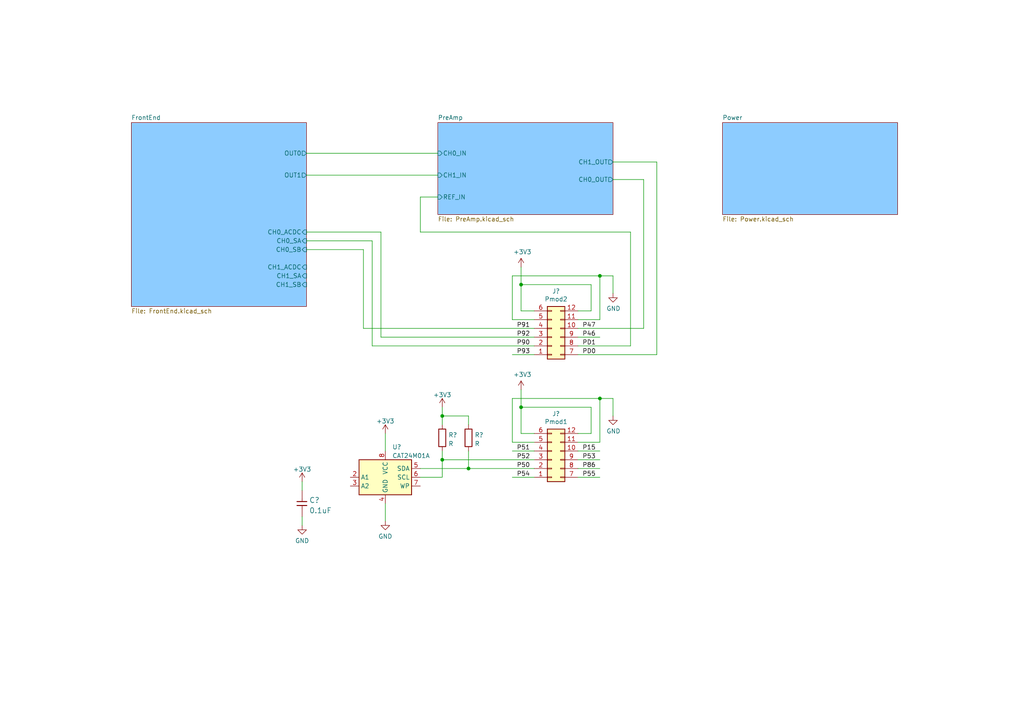
<source format=kicad_sch>
(kicad_sch (version 20211123) (generator eeschema)

  (uuid bc0dbc57-3ae8-4ce5-a05c-2d6003bba475)

  (paper "A4")

  (title_block
    (title "デジタルストレージオシロスコープインターフェースボード")
    (comment 1 "RX72N Envision Kit 用")
  )

  (lib_symbols
    (symbol "Akizuki:C" (pin_numbers hide) (pin_names (offset 1.016) hide) (in_bom yes) (on_board yes)
      (property "Reference" "C" (id 0) (at 2.54 2.54 0)
        (effects (font (size 1.524 1.524)))
      )
      (property "Value" "C" (id 1) (at -2.54 -2.54 0)
        (effects (font (size 1.524 1.524)))
      )
      (property "Footprint" "" (id 2) (at 0 0 90)
        (effects (font (size 1.524 1.524)) hide)
      )
      (property "Datasheet" "" (id 3) (at 0 0 90)
        (effects (font (size 1.524 1.524)) hide)
      )
      (property "ki_fp_filters" "RAD-0.2 1608" (id 4) (at 0 0 0)
        (effects (font (size 1.27 1.27)) hide)
      )
      (symbol "C_0_1"
        (rectangle (start -1.524 -0.508) (end 1.397 -0.635)
          (stroke (width 0) (type default) (color 0 0 0 0))
          (fill (type none))
        )
        (rectangle (start -1.524 0.635) (end 1.397 0.508)
          (stroke (width 0) (type default) (color 0 0 0 0))
          (fill (type none))
        )
        (rectangle (start 0 -0.635) (end 0 -1.27)
          (stroke (width 0) (type default) (color 0 0 0 0))
          (fill (type none))
        )
        (rectangle (start 0 1.27) (end 0 0.635)
          (stroke (width 0) (type default) (color 0 0 0 0))
          (fill (type none))
        )
      )
      (symbol "C_1_1"
        (pin passive line (at 0 -3.81 90) (length 2.54)
          (name "~" (effects (font (size 1.27 1.27))))
          (number "1" (effects (font (size 1.27 1.27))))
        )
        (pin passive line (at 0 3.81 270) (length 2.54)
          (name "~" (effects (font (size 1.27 1.27))))
          (number "2" (effects (font (size 1.27 1.27))))
        )
      )
    )
    (symbol "Akizuki:R" (pin_numbers hide) (pin_names (offset 0)) (in_bom yes) (on_board yes)
      (property "Reference" "R" (id 0) (at 0 2.54 0)
        (effects (font (size 1.27 1.27)))
      )
      (property "Value" "R" (id 1) (at 0 -2.54 0)
        (effects (font (size 1.27 1.27)))
      )
      (property "Footprint" "" (id 2) (at 0 -1.778 0)
        (effects (font (size 1.27 1.27)) hide)
      )
      (property "Datasheet" "" (id 3) (at 0 0 90)
        (effects (font (size 1.27 1.27)) hide)
      )
      (property "ki_keywords" "R DEV" (id 4) (at 0 0 0)
        (effects (font (size 1.27 1.27)) hide)
      )
      (property "ki_description" "Resistor" (id 5) (at 0 0 0)
        (effects (font (size 1.27 1.27)) hide)
      )
      (property "ki_fp_filters" "R_* Resistor_*" (id 6) (at 0 0 0)
        (effects (font (size 1.27 1.27)) hide)
      )
      (symbol "R_0_1"
        (rectangle (start 2.54 -1.016) (end -2.54 1.016)
          (stroke (width 0.254) (type default) (color 0 0 0 0))
          (fill (type none))
        )
      )
      (symbol "R_1_1"
        (pin passive line (at -3.81 0 0) (length 1.27)
          (name "~" (effects (font (size 1.27 1.27))))
          (number "1" (effects (font (size 1.27 1.27))))
        )
        (pin passive line (at 3.81 0 180) (length 1.27)
          (name "~" (effects (font (size 1.27 1.27))))
          (number "2" (effects (font (size 1.27 1.27))))
        )
      )
    )
    (symbol "Connector_Generic:Conn_02x06_Top_Bottom" (pin_names (offset 1.016) hide) (in_bom yes) (on_board yes)
      (property "Reference" "J" (id 0) (at 1.27 7.62 0)
        (effects (font (size 1.27 1.27)))
      )
      (property "Value" "Conn_02x06_Top_Bottom" (id 1) (at 1.27 -10.16 0)
        (effects (font (size 1.27 1.27)))
      )
      (property "Footprint" "" (id 2) (at 0 0 0)
        (effects (font (size 1.27 1.27)) hide)
      )
      (property "Datasheet" "~" (id 3) (at 0 0 0)
        (effects (font (size 1.27 1.27)) hide)
      )
      (property "ki_keywords" "connector" (id 4) (at 0 0 0)
        (effects (font (size 1.27 1.27)) hide)
      )
      (property "ki_description" "Generic connector, double row, 02x06, top/bottom pin numbering scheme (row 1: 1...pins_per_row, row2: pins_per_row+1 ... num_pins), script generated (kicad-library-utils/schlib/autogen/connector/)" (id 5) (at 0 0 0)
        (effects (font (size 1.27 1.27)) hide)
      )
      (property "ki_fp_filters" "Connector*:*_2x??_*" (id 6) (at 0 0 0)
        (effects (font (size 1.27 1.27)) hide)
      )
      (symbol "Conn_02x06_Top_Bottom_1_1"
        (rectangle (start -1.27 -7.493) (end 0 -7.747)
          (stroke (width 0.1524) (type default) (color 0 0 0 0))
          (fill (type none))
        )
        (rectangle (start -1.27 -4.953) (end 0 -5.207)
          (stroke (width 0.1524) (type default) (color 0 0 0 0))
          (fill (type none))
        )
        (rectangle (start -1.27 -2.413) (end 0 -2.667)
          (stroke (width 0.1524) (type default) (color 0 0 0 0))
          (fill (type none))
        )
        (rectangle (start -1.27 0.127) (end 0 -0.127)
          (stroke (width 0.1524) (type default) (color 0 0 0 0))
          (fill (type none))
        )
        (rectangle (start -1.27 2.667) (end 0 2.413)
          (stroke (width 0.1524) (type default) (color 0 0 0 0))
          (fill (type none))
        )
        (rectangle (start -1.27 5.207) (end 0 4.953)
          (stroke (width 0.1524) (type default) (color 0 0 0 0))
          (fill (type none))
        )
        (rectangle (start -1.27 6.35) (end 3.81 -8.89)
          (stroke (width 0.254) (type default) (color 0 0 0 0))
          (fill (type background))
        )
        (rectangle (start 3.81 -7.493) (end 2.54 -7.747)
          (stroke (width 0.1524) (type default) (color 0 0 0 0))
          (fill (type none))
        )
        (rectangle (start 3.81 -4.953) (end 2.54 -5.207)
          (stroke (width 0.1524) (type default) (color 0 0 0 0))
          (fill (type none))
        )
        (rectangle (start 3.81 -2.413) (end 2.54 -2.667)
          (stroke (width 0.1524) (type default) (color 0 0 0 0))
          (fill (type none))
        )
        (rectangle (start 3.81 0.127) (end 2.54 -0.127)
          (stroke (width 0.1524) (type default) (color 0 0 0 0))
          (fill (type none))
        )
        (rectangle (start 3.81 2.667) (end 2.54 2.413)
          (stroke (width 0.1524) (type default) (color 0 0 0 0))
          (fill (type none))
        )
        (rectangle (start 3.81 5.207) (end 2.54 4.953)
          (stroke (width 0.1524) (type default) (color 0 0 0 0))
          (fill (type none))
        )
        (pin passive line (at -5.08 5.08 0) (length 3.81)
          (name "Pin_1" (effects (font (size 1.27 1.27))))
          (number "1" (effects (font (size 1.27 1.27))))
        )
        (pin passive line (at 7.62 -2.54 180) (length 3.81)
          (name "Pin_10" (effects (font (size 1.27 1.27))))
          (number "10" (effects (font (size 1.27 1.27))))
        )
        (pin passive line (at 7.62 -5.08 180) (length 3.81)
          (name "Pin_11" (effects (font (size 1.27 1.27))))
          (number "11" (effects (font (size 1.27 1.27))))
        )
        (pin passive line (at 7.62 -7.62 180) (length 3.81)
          (name "Pin_12" (effects (font (size 1.27 1.27))))
          (number "12" (effects (font (size 1.27 1.27))))
        )
        (pin passive line (at -5.08 2.54 0) (length 3.81)
          (name "Pin_2" (effects (font (size 1.27 1.27))))
          (number "2" (effects (font (size 1.27 1.27))))
        )
        (pin passive line (at -5.08 0 0) (length 3.81)
          (name "Pin_3" (effects (font (size 1.27 1.27))))
          (number "3" (effects (font (size 1.27 1.27))))
        )
        (pin passive line (at -5.08 -2.54 0) (length 3.81)
          (name "Pin_4" (effects (font (size 1.27 1.27))))
          (number "4" (effects (font (size 1.27 1.27))))
        )
        (pin passive line (at -5.08 -5.08 0) (length 3.81)
          (name "Pin_5" (effects (font (size 1.27 1.27))))
          (number "5" (effects (font (size 1.27 1.27))))
        )
        (pin passive line (at -5.08 -7.62 0) (length 3.81)
          (name "Pin_6" (effects (font (size 1.27 1.27))))
          (number "6" (effects (font (size 1.27 1.27))))
        )
        (pin passive line (at 7.62 5.08 180) (length 3.81)
          (name "Pin_7" (effects (font (size 1.27 1.27))))
          (number "7" (effects (font (size 1.27 1.27))))
        )
        (pin passive line (at 7.62 2.54 180) (length 3.81)
          (name "Pin_8" (effects (font (size 1.27 1.27))))
          (number "8" (effects (font (size 1.27 1.27))))
        )
        (pin passive line (at 7.62 0 180) (length 3.81)
          (name "Pin_9" (effects (font (size 1.27 1.27))))
          (number "9" (effects (font (size 1.27 1.27))))
        )
      )
    )
    (symbol "Memory_EEPROM:CAT24M01L" (in_bom yes) (on_board yes)
      (property "Reference" "U" (id 0) (at 2.54 8.89 0)
        (effects (font (size 1.27 1.27)))
      )
      (property "Value" "CAT24M01L" (id 1) (at 6.35 6.35 0)
        (effects (font (size 1.27 1.27)))
      )
      (property "Footprint" "Package_DIP:DIP-8_W7.62mm" (id 2) (at 15.24 -6.35 0)
        (effects (font (size 1.27 1.27)) hide)
      )
      (property "Datasheet" "https://www.onsemi.com/pub/Collateral/CAT24M01-D.PDF" (id 3) (at 0 0 0)
        (effects (font (size 1.27 1.27)) hide)
      )
      (property "ki_keywords" "EEPROM 1Mb I2C" (id 4) (at 0 0 0)
        (effects (font (size 1.27 1.27)) hide)
      )
      (property "ki_description" "1 Mb I2C CMOS Serial EEPROM, DIP-8" (id 5) (at 0 0 0)
        (effects (font (size 1.27 1.27)) hide)
      )
      (property "ki_fp_filters" "DIP*W7.62mm*" (id 6) (at 0 0 0)
        (effects (font (size 1.27 1.27)) hide)
      )
      (symbol "CAT24M01L_1_1"
        (rectangle (start -7.62 5.08) (end 7.62 -5.08)
          (stroke (width 0.254) (type default) (color 0 0 0 0))
          (fill (type background))
        )
        (pin no_connect line (at -7.62 2.54 0) (length 2.54) hide
          (name "NC" (effects (font (size 1.27 1.27))))
          (number "1" (effects (font (size 1.27 1.27))))
        )
        (pin input line (at -10.16 0 0) (length 2.54)
          (name "A1" (effects (font (size 1.27 1.27))))
          (number "2" (effects (font (size 1.27 1.27))))
        )
        (pin input line (at -10.16 -2.54 0) (length 2.54)
          (name "A2" (effects (font (size 1.27 1.27))))
          (number "3" (effects (font (size 1.27 1.27))))
        )
        (pin power_in line (at 0 -7.62 90) (length 2.54)
          (name "GND" (effects (font (size 1.27 1.27))))
          (number "4" (effects (font (size 1.27 1.27))))
        )
        (pin bidirectional line (at 10.16 2.54 180) (length 2.54)
          (name "SDA" (effects (font (size 1.27 1.27))))
          (number "5" (effects (font (size 1.27 1.27))))
        )
        (pin input line (at 10.16 0 180) (length 2.54)
          (name "SCL" (effects (font (size 1.27 1.27))))
          (number "6" (effects (font (size 1.27 1.27))))
        )
        (pin input line (at 10.16 -2.54 180) (length 2.54)
          (name "WP" (effects (font (size 1.27 1.27))))
          (number "7" (effects (font (size 1.27 1.27))))
        )
        (pin power_in line (at 0 7.62 270) (length 2.54)
          (name "VCC" (effects (font (size 1.27 1.27))))
          (number "8" (effects (font (size 1.27 1.27))))
        )
      )
    )
    (symbol "power:+3.3V" (power) (pin_names (offset 0)) (in_bom yes) (on_board yes)
      (property "Reference" "#PWR" (id 0) (at 0 -3.81 0)
        (effects (font (size 1.27 1.27)) hide)
      )
      (property "Value" "+3.3V" (id 1) (at 0 3.556 0)
        (effects (font (size 1.27 1.27)))
      )
      (property "Footprint" "" (id 2) (at 0 0 0)
        (effects (font (size 1.27 1.27)) hide)
      )
      (property "Datasheet" "" (id 3) (at 0 0 0)
        (effects (font (size 1.27 1.27)) hide)
      )
      (property "ki_keywords" "power-flag" (id 4) (at 0 0 0)
        (effects (font (size 1.27 1.27)) hide)
      )
      (property "ki_description" "Power symbol creates a global label with name \"+3.3V\"" (id 5) (at 0 0 0)
        (effects (font (size 1.27 1.27)) hide)
      )
      (symbol "+3.3V_0_1"
        (polyline
          (pts
            (xy -0.762 1.27)
            (xy 0 2.54)
          )
          (stroke (width 0) (type default) (color 0 0 0 0))
          (fill (type none))
        )
        (polyline
          (pts
            (xy 0 0)
            (xy 0 2.54)
          )
          (stroke (width 0) (type default) (color 0 0 0 0))
          (fill (type none))
        )
        (polyline
          (pts
            (xy 0 2.54)
            (xy 0.762 1.27)
          )
          (stroke (width 0) (type default) (color 0 0 0 0))
          (fill (type none))
        )
      )
      (symbol "+3.3V_1_1"
        (pin power_in line (at 0 0 90) (length 0) hide
          (name "+3V3" (effects (font (size 1.27 1.27))))
          (number "1" (effects (font (size 1.27 1.27))))
        )
      )
    )
    (symbol "power:GND" (power) (pin_names (offset 0)) (in_bom yes) (on_board yes)
      (property "Reference" "#PWR" (id 0) (at 0 -6.35 0)
        (effects (font (size 1.27 1.27)) hide)
      )
      (property "Value" "GND" (id 1) (at 0 -3.81 0)
        (effects (font (size 1.27 1.27)))
      )
      (property "Footprint" "" (id 2) (at 0 0 0)
        (effects (font (size 1.27 1.27)) hide)
      )
      (property "Datasheet" "" (id 3) (at 0 0 0)
        (effects (font (size 1.27 1.27)) hide)
      )
      (property "ki_keywords" "power-flag" (id 4) (at 0 0 0)
        (effects (font (size 1.27 1.27)) hide)
      )
      (property "ki_description" "Power symbol creates a global label with name \"GND\" , ground" (id 5) (at 0 0 0)
        (effects (font (size 1.27 1.27)) hide)
      )
      (symbol "GND_0_1"
        (polyline
          (pts
            (xy 0 0)
            (xy 0 -1.27)
            (xy 1.27 -1.27)
            (xy 0 -2.54)
            (xy -1.27 -1.27)
            (xy 0 -1.27)
          )
          (stroke (width 0) (type default) (color 0 0 0 0))
          (fill (type none))
        )
      )
      (symbol "GND_1_1"
        (pin power_in line (at 0 0 270) (length 0) hide
          (name "GND" (effects (font (size 1.27 1.27))))
          (number "1" (effects (font (size 1.27 1.27))))
        )
      )
    )
  )

  (junction (at 173.99 115.57) (diameter 0) (color 0 0 0 0)
    (uuid 4f267124-8cee-449e-89f3-db038c6e0ebe)
  )
  (junction (at 135.89 135.89) (diameter 0) (color 0 0 0 0)
    (uuid 5b9a7e45-8da9-41df-bc75-ab6b9f14942d)
  )
  (junction (at 151.13 82.55) (diameter 0) (color 0 0 0 0)
    (uuid 6bd46644-7209-4d4d-acd8-f4c0d045bc61)
  )
  (junction (at 128.27 120.65) (diameter 0) (color 0 0 0 0)
    (uuid 781762fa-fca7-4a15-9e23-bc8d21160e1a)
  )
  (junction (at 128.27 133.35) (diameter 0) (color 0 0 0 0)
    (uuid 8068430b-20dd-47dc-9f4a-893fd1c0ac1a)
  )
  (junction (at 151.13 118.11) (diameter 0) (color 0 0 0 0)
    (uuid b0ec4243-fff2-4422-b4c5-f8a1cdb2ad4c)
  )
  (junction (at 173.99 80.01) (diameter 0) (color 0 0 0 0)
    (uuid df3dc9a2-ba40-4c3a-87fe-61cc8e23d71b)
  )

  (wire (pts (xy 148.59 115.57) (xy 173.99 115.57))
    (stroke (width 0) (type default) (color 0 0 0 0))
    (uuid 009db378-5594-4f1b-ada7-ce7fdb6f728a)
  )
  (wire (pts (xy 111.76 125.73) (xy 111.76 130.81))
    (stroke (width 0) (type default) (color 0 0 0 0))
    (uuid 0168667b-b430-49ae-9b4d-abf4da44b888)
  )
  (wire (pts (xy 87.63 149.86) (xy 87.63 152.4))
    (stroke (width 0) (type default) (color 0 0 0 0))
    (uuid 03464c51-af0d-4f1f-9c9a-d5bfcfc9c32c)
  )
  (wire (pts (xy 151.13 118.11) (xy 171.45 118.11))
    (stroke (width 0) (type default) (color 0 0 0 0))
    (uuid 039971e5-6782-485c-bcf1-26f9f570b5d4)
  )
  (wire (pts (xy 151.13 82.55) (xy 151.13 77.47))
    (stroke (width 0) (type default) (color 0 0 0 0))
    (uuid 05d3e08e-e1f9-46cf-93d0-836d1306d03a)
  )
  (wire (pts (xy 148.59 92.71) (xy 148.59 80.01))
    (stroke (width 0) (type default) (color 0 0 0 0))
    (uuid 0b4c0f05-c855-4742-bad2-dbf645d5842b)
  )
  (wire (pts (xy 111.76 146.05) (xy 111.76 151.13))
    (stroke (width 0) (type default) (color 0 0 0 0))
    (uuid 0f7ec8a3-45b5-4ac6-8092-4ce123fec2e2)
  )
  (wire (pts (xy 110.49 67.31) (xy 88.9 67.31))
    (stroke (width 0) (type default) (color 0 0 0 0))
    (uuid 10a0bf0f-0c73-4d99-a0f2-3881ef4fe2ac)
  )
  (wire (pts (xy 154.94 90.17) (xy 151.13 90.17))
    (stroke (width 0) (type default) (color 0 0 0 0))
    (uuid 12f8e43c-8f83-48d3-a9b5-5f3ebc0b6c43)
  )
  (wire (pts (xy 154.94 130.81) (xy 148.59 130.81))
    (stroke (width 0) (type default) (color 0 0 0 0))
    (uuid 135b6e4d-a08e-4e1c-83e0-5e234d62824f)
  )
  (wire (pts (xy 186.69 52.07) (xy 177.8 52.07))
    (stroke (width 0) (type default) (color 0 0 0 0))
    (uuid 150c2b51-c098-4339-9be3-8e7b135578b5)
  )
  (wire (pts (xy 121.92 67.31) (xy 121.92 57.15))
    (stroke (width 0) (type default) (color 0 0 0 0))
    (uuid 19a64f57-f897-4548-8e78-3b2276c7a6b4)
  )
  (wire (pts (xy 177.8 115.57) (xy 177.8 120.65))
    (stroke (width 0) (type default) (color 0 0 0 0))
    (uuid 19e41c1d-3c56-4fc4-877f-97909128697a)
  )
  (wire (pts (xy 151.13 118.11) (xy 151.13 113.03))
    (stroke (width 0) (type default) (color 0 0 0 0))
    (uuid 25c4957f-86eb-4eb4-a3c6-a6e7a4a1dfb9)
  )
  (wire (pts (xy 171.45 90.17) (xy 167.64 90.17))
    (stroke (width 0) (type default) (color 0 0 0 0))
    (uuid 282c8e53-3acc-42f0-a92a-6aa976b97a93)
  )
  (wire (pts (xy 151.13 125.73) (xy 151.13 118.11))
    (stroke (width 0) (type default) (color 0 0 0 0))
    (uuid 2e03592d-95a0-42d9-aa69-1fd98962f524)
  )
  (wire (pts (xy 190.5 102.87) (xy 190.5 46.99))
    (stroke (width 0) (type default) (color 0 0 0 0))
    (uuid 34021d18-6e46-4aeb-b787-d4806713fd53)
  )
  (wire (pts (xy 148.59 128.27) (xy 148.59 115.57))
    (stroke (width 0) (type default) (color 0 0 0 0))
    (uuid 35a4efb0-d2dd-44a5-858c-25beeac80f9a)
  )
  (wire (pts (xy 128.27 118.11) (xy 128.27 120.65))
    (stroke (width 0) (type default) (color 0 0 0 0))
    (uuid 399f31d0-53f3-4a43-b2af-93ed179b2f3f)
  )
  (wire (pts (xy 87.63 139.7) (xy 87.63 142.24))
    (stroke (width 0) (type default) (color 0 0 0 0))
    (uuid 419a1df2-8feb-415a-91cd-61e1c8fb72b6)
  )
  (wire (pts (xy 167.64 100.33) (xy 182.88 100.33))
    (stroke (width 0) (type default) (color 0 0 0 0))
    (uuid 51aa852c-40a7-4dcb-a413-3201d7c0fd3c)
  )
  (wire (pts (xy 167.64 97.79) (xy 173.99 97.79))
    (stroke (width 0) (type default) (color 0 0 0 0))
    (uuid 52a8f1be-73ca-41a8-bc24-2320706b0ec1)
  )
  (wire (pts (xy 151.13 82.55) (xy 171.45 82.55))
    (stroke (width 0) (type default) (color 0 0 0 0))
    (uuid 5f38bdb2-3657-474e-8e86-d6bb0b298110)
  )
  (wire (pts (xy 128.27 133.35) (xy 128.27 138.43))
    (stroke (width 0) (type default) (color 0 0 0 0))
    (uuid 5f97dd05-de97-40d1-a1ae-235178676ae8)
  )
  (wire (pts (xy 105.41 95.25) (xy 154.94 95.25))
    (stroke (width 0) (type default) (color 0 0 0 0))
    (uuid 636ef322-a8b0-4213-a799-16fb8e9b8bf6)
  )
  (wire (pts (xy 167.64 135.89) (xy 173.99 135.89))
    (stroke (width 0) (type default) (color 0 0 0 0))
    (uuid 669940e9-70fd-49d7-837f-865cdf07f889)
  )
  (wire (pts (xy 173.99 115.57) (xy 177.8 115.57))
    (stroke (width 0) (type default) (color 0 0 0 0))
    (uuid 693a4671-21a2-431e-baaf-886e321020de)
  )
  (wire (pts (xy 110.49 97.79) (xy 110.49 67.31))
    (stroke (width 0) (type default) (color 0 0 0 0))
    (uuid 75bedb18-ca38-480e-bc1d-c3acb2a59451)
  )
  (wire (pts (xy 128.27 120.65) (xy 128.27 123.19))
    (stroke (width 0) (type default) (color 0 0 0 0))
    (uuid 770b0ba7-5a4d-4024-bf73-61653cf8f8d3)
  )
  (wire (pts (xy 190.5 46.99) (xy 177.8 46.99))
    (stroke (width 0) (type default) (color 0 0 0 0))
    (uuid 7759683f-073f-4181-971d-b9bc79a0308f)
  )
  (wire (pts (xy 182.88 67.31) (xy 121.92 67.31))
    (stroke (width 0) (type default) (color 0 0 0 0))
    (uuid 7a8b8f60-39a4-4381-b68f-87c1aa1d196b)
  )
  (wire (pts (xy 171.45 118.11) (xy 171.45 125.73))
    (stroke (width 0) (type default) (color 0 0 0 0))
    (uuid 7aaeae73-d428-412a-877a-6a93a1a2fff9)
  )
  (wire (pts (xy 182.88 100.33) (xy 182.88 67.31))
    (stroke (width 0) (type default) (color 0 0 0 0))
    (uuid 7bb06cda-23c3-4b43-a106-b082abbf8168)
  )
  (wire (pts (xy 107.95 100.33) (xy 107.95 69.85))
    (stroke (width 0) (type default) (color 0 0 0 0))
    (uuid 7bf1e464-2900-4961-834b-b19c286fc64b)
  )
  (wire (pts (xy 107.95 100.33) (xy 154.94 100.33))
    (stroke (width 0) (type default) (color 0 0 0 0))
    (uuid 7c2008c8-0626-4a09-a873-065e83502a0e)
  )
  (wire (pts (xy 128.27 133.35) (xy 154.94 133.35))
    (stroke (width 0) (type default) (color 0 0 0 0))
    (uuid 7e58dae7-cfe4-4930-baa2-841c9d6149eb)
  )
  (wire (pts (xy 173.99 128.27) (xy 167.64 128.27))
    (stroke (width 0) (type default) (color 0 0 0 0))
    (uuid 809f5b02-d5ba-44a2-a378-b4d6422e18cc)
  )
  (wire (pts (xy 135.89 130.81) (xy 135.89 135.89))
    (stroke (width 0) (type default) (color 0 0 0 0))
    (uuid 81fc3c69-4a1b-43aa-bc17-54441f398f14)
  )
  (wire (pts (xy 154.94 138.43) (xy 148.59 138.43))
    (stroke (width 0) (type default) (color 0 0 0 0))
    (uuid 83a44948-17e2-4db6-87df-1b6b20a73f7e)
  )
  (wire (pts (xy 154.94 92.71) (xy 148.59 92.71))
    (stroke (width 0) (type default) (color 0 0 0 0))
    (uuid 83c5181e-f5ee-453c-ae5c-d7256ba8837d)
  )
  (wire (pts (xy 154.94 125.73) (xy 151.13 125.73))
    (stroke (width 0) (type default) (color 0 0 0 0))
    (uuid 896cd4a3-745d-4047-af11-c0c262331bb5)
  )
  (wire (pts (xy 107.95 69.85) (xy 88.9 69.85))
    (stroke (width 0) (type default) (color 0 0 0 0))
    (uuid 8ecd26ed-7f75-4287-98d0-267b7f8eb310)
  )
  (wire (pts (xy 135.89 123.19) (xy 135.89 120.65))
    (stroke (width 0) (type default) (color 0 0 0 0))
    (uuid 9596302e-519f-4028-883c-e5611ccb6940)
  )
  (wire (pts (xy 186.69 95.25) (xy 186.69 52.07))
    (stroke (width 0) (type default) (color 0 0 0 0))
    (uuid 99d3382e-6950-4d67-bb14-7fbfe027bb67)
  )
  (wire (pts (xy 105.41 95.25) (xy 105.41 72.39))
    (stroke (width 0) (type default) (color 0 0 0 0))
    (uuid 9ba28921-4e7a-475b-95b0-d10633adccee)
  )
  (wire (pts (xy 167.64 133.35) (xy 173.99 133.35))
    (stroke (width 0) (type default) (color 0 0 0 0))
    (uuid a9adbeed-6d6a-4661-a890-45f4ee2352c6)
  )
  (wire (pts (xy 177.8 80.01) (xy 177.8 85.09))
    (stroke (width 0) (type default) (color 0 0 0 0))
    (uuid aa047297-22f8-4de0-a969-0b3451b8e164)
  )
  (wire (pts (xy 88.9 44.45) (xy 127 44.45))
    (stroke (width 0) (type default) (color 0 0 0 0))
    (uuid ae1c8f0c-f766-4a86-9a51-d77e224d3edc)
  )
  (wire (pts (xy 105.41 72.39) (xy 88.9 72.39))
    (stroke (width 0) (type default) (color 0 0 0 0))
    (uuid b2b750e8-8fe4-449c-86f4-29a84d49d0c2)
  )
  (wire (pts (xy 167.64 138.43) (xy 173.99 138.43))
    (stroke (width 0) (type default) (color 0 0 0 0))
    (uuid ba9567f0-55da-4f96-b2f4-a018dcaaf5bb)
  )
  (wire (pts (xy 110.49 97.79) (xy 154.94 97.79))
    (stroke (width 0) (type default) (color 0 0 0 0))
    (uuid bf696833-47d2-4f79-8827-434f2916a6e5)
  )
  (wire (pts (xy 135.89 120.65) (xy 128.27 120.65))
    (stroke (width 0) (type default) (color 0 0 0 0))
    (uuid c0bdb419-1af6-4251-9001-e52ddfe11739)
  )
  (wire (pts (xy 135.89 135.89) (xy 154.94 135.89))
    (stroke (width 0) (type default) (color 0 0 0 0))
    (uuid c4a7cb04-0dd0-4021-ba7f-589f8781afcc)
  )
  (wire (pts (xy 154.94 128.27) (xy 148.59 128.27))
    (stroke (width 0) (type default) (color 0 0 0 0))
    (uuid c6859570-1bdb-4b80-9dbe-e969f489dc81)
  )
  (wire (pts (xy 167.64 130.81) (xy 173.99 130.81))
    (stroke (width 0) (type default) (color 0 0 0 0))
    (uuid c875cd40-151b-467f-8581-1971d3589b85)
  )
  (wire (pts (xy 148.59 80.01) (xy 173.99 80.01))
    (stroke (width 0) (type default) (color 0 0 0 0))
    (uuid ca5b6af8-ca05-4338-b852-b51f2b49b1db)
  )
  (wire (pts (xy 121.92 135.89) (xy 135.89 135.89))
    (stroke (width 0) (type default) (color 0 0 0 0))
    (uuid ceb5eefb-d2dd-465a-bb2c-3caa23142e0a)
  )
  (wire (pts (xy 121.92 57.15) (xy 127 57.15))
    (stroke (width 0) (type default) (color 0 0 0 0))
    (uuid cefb285b-5b71-4550-9c98-3b03ab2c27f6)
  )
  (wire (pts (xy 154.94 102.87) (xy 148.59 102.87))
    (stroke (width 0) (type default) (color 0 0 0 0))
    (uuid d102186a-5b58-41d0-9985-3dbb3593f397)
  )
  (wire (pts (xy 88.9 50.8) (xy 127 50.8))
    (stroke (width 0) (type default) (color 0 0 0 0))
    (uuid d20515b8-78fd-4531-96b6-099410a9faf0)
  )
  (wire (pts (xy 171.45 82.55) (xy 171.45 90.17))
    (stroke (width 0) (type default) (color 0 0 0 0))
    (uuid d72c89a6-7578-4468-964e-2a845431195f)
  )
  (wire (pts (xy 167.64 95.25) (xy 186.69 95.25))
    (stroke (width 0) (type default) (color 0 0 0 0))
    (uuid e300709f-6c72-488d-a598-efcbd6d3af54)
  )
  (wire (pts (xy 167.64 102.87) (xy 190.5 102.87))
    (stroke (width 0) (type default) (color 0 0 0 0))
    (uuid e36988d2-ecb2-461b-a443-7006f447e828)
  )
  (wire (pts (xy 171.45 125.73) (xy 167.64 125.73))
    (stroke (width 0) (type default) (color 0 0 0 0))
    (uuid e5762059-32a8-4d3d-bea0-c5af6cccf955)
  )
  (wire (pts (xy 173.99 80.01) (xy 177.8 80.01))
    (stroke (width 0) (type default) (color 0 0 0 0))
    (uuid e79c8e11-ed47-4701-ae80-a54cdb6682a5)
  )
  (wire (pts (xy 173.99 80.01) (xy 173.99 92.71))
    (stroke (width 0) (type default) (color 0 0 0 0))
    (uuid ea2ea877-1ce1-4cd6-ad19-1da87f51601d)
  )
  (wire (pts (xy 151.13 90.17) (xy 151.13 82.55))
    (stroke (width 0) (type default) (color 0 0 0 0))
    (uuid eaa0d51a-ee4e-4d3a-a801-bddb7027e94c)
  )
  (wire (pts (xy 128.27 130.81) (xy 128.27 133.35))
    (stroke (width 0) (type default) (color 0 0 0 0))
    (uuid ec359d52-e14e-49d3-af0b-3181f3d85d92)
  )
  (wire (pts (xy 128.27 138.43) (xy 121.92 138.43))
    (stroke (width 0) (type default) (color 0 0 0 0))
    (uuid f21c7677-0831-458d-bb06-51820d36024a)
  )
  (wire (pts (xy 173.99 92.71) (xy 167.64 92.71))
    (stroke (width 0) (type default) (color 0 0 0 0))
    (uuid f699494a-77d6-4c73-bd50-29c1c1c5b879)
  )
  (wire (pts (xy 173.99 115.57) (xy 173.99 128.27))
    (stroke (width 0) (type default) (color 0 0 0 0))
    (uuid f96315f5-b480-4c05-a649-04cdda55a5e8)
  )

  (label "P90" (at 149.86 100.33 0)
    (effects (font (size 1.27 1.27)) (justify left bottom))
    (uuid 01f82238-6335-48fe-8b0a-6853e227345a)
  )
  (label "P92" (at 149.86 97.79 0)
    (effects (font (size 1.27 1.27)) (justify left bottom))
    (uuid 0e249018-17e7-42b3-ae5d-5ebf3ae299ae)
  )
  (label "P15" (at 168.91 130.81 0)
    (effects (font (size 1.27 1.27)) (justify left bottom))
    (uuid 123d55b6-ef30-49de-b44e-146e1f22f64b)
  )
  (label "P53" (at 168.91 133.35 0)
    (effects (font (size 1.27 1.27)) (justify left bottom))
    (uuid 3e8ebd28-7e7e-451a-aeec-7d037d6121f5)
  )
  (label "P86" (at 168.91 135.89 0)
    (effects (font (size 1.27 1.27)) (justify left bottom))
    (uuid 492f56aa-cc7d-47eb-a1f3-9d11e7d2acb1)
  )
  (label "P52" (at 149.86 133.35 0)
    (effects (font (size 1.27 1.27)) (justify left bottom))
    (uuid 62d889df-44d7-4713-8c0b-897b4038f787)
  )
  (label "P91" (at 149.86 95.25 0)
    (effects (font (size 1.27 1.27)) (justify left bottom))
    (uuid 63489ebf-0f52-43a6-a0ab-158b1a7d4988)
  )
  (label "P55" (at 168.91 138.43 0)
    (effects (font (size 1.27 1.27)) (justify left bottom))
    (uuid 7a7687f4-4d02-497f-8201-aa4df1719b96)
  )
  (label "P93" (at 149.86 102.87 0)
    (effects (font (size 1.27 1.27)) (justify left bottom))
    (uuid 7c00778a-4692-4f9b-87d5-2d355077ce1e)
  )
  (label "P46" (at 168.91 97.79 0)
    (effects (font (size 1.27 1.27)) (justify left bottom))
    (uuid 7db990e4-92e1-4f99-b4d2-435bbec1ba83)
  )
  (label "P47" (at 168.91 95.25 0)
    (effects (font (size 1.27 1.27)) (justify left bottom))
    (uuid 8efee08b-b92e-4ba6-8722-c058e18114fe)
  )
  (label "P50" (at 149.86 135.89 0)
    (effects (font (size 1.27 1.27)) (justify left bottom))
    (uuid 9f2e2be0-7243-4f5e-aca3-2d59ccd3515d)
  )
  (label "P54" (at 149.86 138.43 0)
    (effects (font (size 1.27 1.27)) (justify left bottom))
    (uuid a180ac99-7c2b-4b56-851e-a8fd1e04db6c)
  )
  (label "PD1" (at 168.91 100.33 0)
    (effects (font (size 1.27 1.27)) (justify left bottom))
    (uuid cd5e758d-cb66-484a-ae8b-21f53ceee49e)
  )
  (label "PD0" (at 168.91 102.87 0)
    (effects (font (size 1.27 1.27)) (justify left bottom))
    (uuid e6d68f56-4a40-4849-b8d1-13d5ca292900)
  )
  (label "P51" (at 149.86 130.81 0)
    (effects (font (size 1.27 1.27)) (justify left bottom))
    (uuid ef87c53b-e8a0-4082-8cf8-5e51a39515f0)
  )

  (symbol (lib_id "Connector_Generic:Conn_02x06_Top_Bottom") (at 160.02 97.79 0) (mirror x) (unit 1)
    (in_bom yes) (on_board yes)
    (uuid 00000000-0000-0000-0000-00005f0723e0)
    (property "Reference" "J?" (id 0) (at 161.29 84.455 0))
    (property "Value" "Pmod2" (id 1) (at 161.29 86.7664 0))
    (property "Footprint" "" (id 2) (at 160.02 97.79 0)
      (effects (font (size 1.27 1.27)) hide)
    )
    (property "Datasheet" "~" (id 3) (at 160.02 97.79 0)
      (effects (font (size 1.27 1.27)) hide)
    )
    (pin "1" (uuid 18fe0247-a1dd-4d34-8bfb-cfd059527b74))
    (pin "10" (uuid 4356c024-325b-4703-9726-6918a038d4aa))
    (pin "11" (uuid ba8b88eb-80e4-4fa1-9e77-db96a7193967))
    (pin "12" (uuid 4a01f246-c8a0-48b7-8ade-7e5ea63d57ab))
    (pin "2" (uuid feb200c3-edd7-46de-aac9-a4eea2bcd5af))
    (pin "3" (uuid 7ba45c5b-8a20-4bb9-957b-a1d3049ea302))
    (pin "4" (uuid 2ca01c33-e841-4b2a-9b0d-ae7494e57d9e))
    (pin "5" (uuid 101c9541-312a-443a-8575-709412b36c04))
    (pin "6" (uuid a4f29c51-f059-4b37-a64b-e683dabbc22a))
    (pin "7" (uuid dff07a8d-7720-4d4c-883a-6b41a79d5450))
    (pin "8" (uuid a1c862af-5376-4455-b667-34037095e650))
    (pin "9" (uuid 8cb5c8f7-8f62-4fa7-83b5-34c4143840c5))
  )

  (symbol (lib_id "power:+3.3V") (at 151.13 77.47 0) (unit 1)
    (in_bom yes) (on_board yes)
    (uuid 00000000-0000-0000-0000-00005f12494f)
    (property "Reference" "#PWR?" (id 0) (at 151.13 81.28 0)
      (effects (font (size 1.27 1.27)) hide)
    )
    (property "Value" "+3.3V" (id 1) (at 151.511 73.0758 0))
    (property "Footprint" "" (id 2) (at 151.13 77.47 0)
      (effects (font (size 1.27 1.27)) hide)
    )
    (property "Datasheet" "" (id 3) (at 151.13 77.47 0)
      (effects (font (size 1.27 1.27)) hide)
    )
    (pin "1" (uuid 13805148-4cae-4eba-8f0b-3699a6bd6775))
  )

  (symbol (lib_id "power:GND") (at 177.8 85.09 0) (unit 1)
    (in_bom yes) (on_board yes)
    (uuid 00000000-0000-0000-0000-00005f12c80a)
    (property "Reference" "#PWR?" (id 0) (at 177.8 91.44 0)
      (effects (font (size 1.27 1.27)) hide)
    )
    (property "Value" "GND" (id 1) (at 177.927 89.4842 0))
    (property "Footprint" "" (id 2) (at 177.8 85.09 0)
      (effects (font (size 1.27 1.27)) hide)
    )
    (property "Datasheet" "" (id 3) (at 177.8 85.09 0)
      (effects (font (size 1.27 1.27)) hide)
    )
    (pin "1" (uuid d82962e7-1463-4afb-8af3-fd241b9e6878))
  )

  (symbol (lib_id "power:+3.3V") (at 151.13 113.03 0) (unit 1)
    (in_bom yes) (on_board yes)
    (uuid 0a475b28-688d-48e1-a7fd-cede8b8db916)
    (property "Reference" "#PWR?" (id 0) (at 151.13 116.84 0)
      (effects (font (size 1.27 1.27)) hide)
    )
    (property "Value" "+3.3V" (id 1) (at 151.511 108.6358 0))
    (property "Footprint" "" (id 2) (at 151.13 113.03 0)
      (effects (font (size 1.27 1.27)) hide)
    )
    (property "Datasheet" "" (id 3) (at 151.13 113.03 0)
      (effects (font (size 1.27 1.27)) hide)
    )
    (pin "1" (uuid 1e8940ee-8f67-4480-8d47-d09b9cb1be67))
  )

  (symbol (lib_id "power:GND") (at 111.76 151.13 0) (unit 1)
    (in_bom yes) (on_board yes) (fields_autoplaced)
    (uuid 27dd5321-1cd1-4773-92cd-8de2edc95b6a)
    (property "Reference" "#PWR?" (id 0) (at 111.76 157.48 0)
      (effects (font (size 1.27 1.27)) hide)
    )
    (property "Value" "GND" (id 1) (at 111.76 155.5734 0))
    (property "Footprint" "" (id 2) (at 111.76 151.13 0)
      (effects (font (size 1.27 1.27)) hide)
    )
    (property "Datasheet" "" (id 3) (at 111.76 151.13 0)
      (effects (font (size 1.27 1.27)) hide)
    )
    (pin "1" (uuid 7b479ca9-4841-4845-a54d-5354b2d9b357))
  )

  (symbol (lib_id "power:GND") (at 177.8 120.65 0) (unit 1)
    (in_bom yes) (on_board yes)
    (uuid 296f210b-6e90-4a21-9ff5-71ddf3d0c9a3)
    (property "Reference" "#PWR?" (id 0) (at 177.8 127 0)
      (effects (font (size 1.27 1.27)) hide)
    )
    (property "Value" "GND" (id 1) (at 177.927 125.0442 0))
    (property "Footprint" "" (id 2) (at 177.8 120.65 0)
      (effects (font (size 1.27 1.27)) hide)
    )
    (property "Datasheet" "" (id 3) (at 177.8 120.65 0)
      (effects (font (size 1.27 1.27)) hide)
    )
    (pin "1" (uuid 9af8e196-44ea-476a-8fcc-91ac2263c2f2))
  )

  (symbol (lib_id "Akizuki:R") (at 128.27 127 90) (unit 1)
    (in_bom yes) (on_board yes) (fields_autoplaced)
    (uuid 425c3cee-00a5-44ca-9fbe-c1a5d4bbe232)
    (property "Reference" "R?" (id 0) (at 130.048 126.1653 90)
      (effects (font (size 1.27 1.27)) (justify right))
    )
    (property "Value" "R" (id 1) (at 130.048 128.7022 90)
      (effects (font (size 1.27 1.27)) (justify right))
    )
    (property "Footprint" "" (id 2) (at 130.048 127 0)
      (effects (font (size 1.27 1.27)) hide)
    )
    (property "Datasheet" "" (id 3) (at 128.27 127 90)
      (effects (font (size 1.27 1.27)) hide)
    )
    (pin "1" (uuid 949fd34d-40b0-44dc-b382-8342186bc020))
    (pin "2" (uuid bce6a938-7464-4c81-8661-ef5c260f2f64))
  )

  (symbol (lib_id "Memory_EEPROM:CAT24M01L") (at 111.76 138.43 0) (unit 1)
    (in_bom yes) (on_board yes) (fields_autoplaced)
    (uuid 4648e78c-a62a-4c42-8373-ad3041ff74c5)
    (property "Reference" "U?" (id 0) (at 113.7794 129.6502 0)
      (effects (font (size 1.27 1.27)) (justify left))
    )
    (property "Value" "CAT24M01A" (id 1) (at 113.7794 132.1871 0)
      (effects (font (size 1.27 1.27)) (justify left))
    )
    (property "Footprint" "Package_DIP:DIP-8_W7.62mm" (id 2) (at 127 144.78 0)
      (effects (font (size 1.27 1.27)) hide)
    )
    (property "Datasheet" "https://www.onsemi.com/pub/Collateral/CAT24M01-D.PDF" (id 3) (at 111.76 138.43 0)
      (effects (font (size 1.27 1.27)) hide)
    )
    (pin "1" (uuid 0ff671f3-cba5-4a5f-b544-034c9f0857ae))
    (pin "2" (uuid 40e7b951-048f-4e48-a8af-5618f0f2ea6b))
    (pin "3" (uuid bc08a053-68a7-42a8-bb7c-39765761b3ea))
    (pin "4" (uuid dd3e8fb6-aee3-4f21-9619-7d36611cf15b))
    (pin "5" (uuid 66a58b29-cac8-4880-85ac-c292805f4950))
    (pin "6" (uuid e932d683-8a80-4016-a850-30037e6c1340))
    (pin "7" (uuid a76e8d69-530f-4a5d-9a77-36f98476c6fc))
    (pin "8" (uuid 7b40e149-d297-451d-8d46-fb720db288dd))
  )

  (symbol (lib_id "Connector_Generic:Conn_02x06_Top_Bottom") (at 160.02 133.35 0) (mirror x) (unit 1)
    (in_bom yes) (on_board yes)
    (uuid 55a7d5fa-dd5e-4f56-b184-a50e5ce59bad)
    (property "Reference" "J?" (id 0) (at 161.29 120.015 0))
    (property "Value" "Pmod1" (id 1) (at 161.29 122.3264 0))
    (property "Footprint" "" (id 2) (at 160.02 133.35 0)
      (effects (font (size 1.27 1.27)) hide)
    )
    (property "Datasheet" "~" (id 3) (at 160.02 133.35 0)
      (effects (font (size 1.27 1.27)) hide)
    )
    (pin "1" (uuid c0aae7a3-e56e-4f35-957e-49469fc56a62))
    (pin "10" (uuid e4d11587-5753-4daa-bf9c-7dcc4c8eabf0))
    (pin "11" (uuid 29f1ff93-9bf2-4de2-b846-e2b842c60d1d))
    (pin "12" (uuid f9cc2034-c1ef-44f8-bfae-ce4edf914759))
    (pin "2" (uuid b3abddeb-a46d-41df-9df3-15c1edae70c2))
    (pin "3" (uuid 74247cd2-18b0-4df5-ab0e-e8ed1189698d))
    (pin "4" (uuid b272ca60-7ac8-46cc-a13d-3f6b67e611c3))
    (pin "5" (uuid 0c03e4b5-21cb-46d0-aee6-601c07571475))
    (pin "6" (uuid 554bc6e4-8f46-40e3-aff2-d43d70e3e2aa))
    (pin "7" (uuid 86ddfe80-5490-4c56-8749-da73eddfc8c4))
    (pin "8" (uuid 8ad73d39-8b70-426e-a71a-823b96033575))
    (pin "9" (uuid 0c05898e-e569-4d68-af88-4897a2bd2822))
  )

  (symbol (lib_id "power:+3.3V") (at 111.76 125.73 0) (unit 1)
    (in_bom yes) (on_board yes) (fields_autoplaced)
    (uuid 5c4a0728-1725-4ff8-9b7a-77f23aaa784b)
    (property "Reference" "#PWR?" (id 0) (at 111.76 129.54 0)
      (effects (font (size 1.27 1.27)) hide)
    )
    (property "Value" "+3.3V" (id 1) (at 111.76 122.1542 0))
    (property "Footprint" "" (id 2) (at 111.76 125.73 0)
      (effects (font (size 1.27 1.27)) hide)
    )
    (property "Datasheet" "" (id 3) (at 111.76 125.73 0)
      (effects (font (size 1.27 1.27)) hide)
    )
    (pin "1" (uuid b95683a8-81d2-4480-bba0-af0d442afd65))
  )

  (symbol (lib_id "power:GND") (at 87.63 152.4 0) (unit 1)
    (in_bom yes) (on_board yes) (fields_autoplaced)
    (uuid 6929f7bd-c847-4132-bc4f-3d9e143d52ee)
    (property "Reference" "#PWR?" (id 0) (at 87.63 158.75 0)
      (effects (font (size 1.27 1.27)) hide)
    )
    (property "Value" "GND" (id 1) (at 87.63 156.8434 0))
    (property "Footprint" "" (id 2) (at 87.63 152.4 0)
      (effects (font (size 1.27 1.27)) hide)
    )
    (property "Datasheet" "" (id 3) (at 87.63 152.4 0)
      (effects (font (size 1.27 1.27)) hide)
    )
    (pin "1" (uuid c206eda0-c3a2-4eee-879a-c1ce9aadd74d))
  )

  (symbol (lib_id "power:+3.3V") (at 87.63 139.7 0) (unit 1)
    (in_bom yes) (on_board yes) (fields_autoplaced)
    (uuid 788d13c8-8318-42ad-963d-959115d1b64d)
    (property "Reference" "#PWR?" (id 0) (at 87.63 143.51 0)
      (effects (font (size 1.27 1.27)) hide)
    )
    (property "Value" "+3.3V" (id 1) (at 87.63 136.1242 0))
    (property "Footprint" "" (id 2) (at 87.63 139.7 0)
      (effects (font (size 1.27 1.27)) hide)
    )
    (property "Datasheet" "" (id 3) (at 87.63 139.7 0)
      (effects (font (size 1.27 1.27)) hide)
    )
    (pin "1" (uuid 0f627ca9-d09d-4586-a898-75e9e6c07b1b))
  )

  (symbol (lib_id "Akizuki:C") (at 87.63 146.05 0) (unit 1)
    (in_bom yes) (on_board yes) (fields_autoplaced)
    (uuid a8ccc1f0-ee7f-4323-922f-ca81f31dc209)
    (property "Reference" "C?" (id 0) (at 89.662 145.0738 0)
      (effects (font (size 1.524 1.524)) (justify left))
    )
    (property "Value" "0.1uF" (id 1) (at 89.662 148.0672 0)
      (effects (font (size 1.524 1.524)) (justify left))
    )
    (property "Footprint" "" (id 2) (at 87.63 146.05 90)
      (effects (font (size 1.524 1.524)) hide)
    )
    (property "Datasheet" "" (id 3) (at 87.63 146.05 90)
      (effects (font (size 1.524 1.524)) hide)
    )
    (pin "1" (uuid 1a9ba0f3-4ba7-48a7-98ef-02a3077b2aa4))
    (pin "2" (uuid 0d06dc1d-e824-4a7e-a6ff-d186a266566f))
  )

  (symbol (lib_id "Akizuki:R") (at 135.89 127 90) (unit 1)
    (in_bom yes) (on_board yes) (fields_autoplaced)
    (uuid bca2f29d-4cc3-4865-8b45-39fe872f735e)
    (property "Reference" "R?" (id 0) (at 137.668 126.1653 90)
      (effects (font (size 1.27 1.27)) (justify right))
    )
    (property "Value" "R" (id 1) (at 137.668 128.7022 90)
      (effects (font (size 1.27 1.27)) (justify right))
    )
    (property "Footprint" "" (id 2) (at 137.668 127 0)
      (effects (font (size 1.27 1.27)) hide)
    )
    (property "Datasheet" "" (id 3) (at 135.89 127 90)
      (effects (font (size 1.27 1.27)) hide)
    )
    (pin "1" (uuid 66900cce-9586-4b95-a26d-0e3351dc427a))
    (pin "2" (uuid 25af5885-576f-4715-a76c-cbb3053fb88d))
  )

  (symbol (lib_id "power:+3.3V") (at 128.27 118.11 0) (unit 1)
    (in_bom yes) (on_board yes) (fields_autoplaced)
    (uuid ceccb392-2642-4d88-961f-7cd7e90564ab)
    (property "Reference" "#PWR?" (id 0) (at 128.27 121.92 0)
      (effects (font (size 1.27 1.27)) hide)
    )
    (property "Value" "+3.3V" (id 1) (at 128.27 114.5342 0))
    (property "Footprint" "" (id 2) (at 128.27 118.11 0)
      (effects (font (size 1.27 1.27)) hide)
    )
    (property "Datasheet" "" (id 3) (at 128.27 118.11 0)
      (effects (font (size 1.27 1.27)) hide)
    )
    (pin "1" (uuid abc742c9-a428-4ad9-9602-8d3d11f89f35))
  )

  (sheet (at 38.1 35.56) (size 50.8 53.34) (fields_autoplaced)
    (stroke (width 0.1524) (type solid) (color 0 0 0 0))
    (fill (color 141 204 255 1.0000))
    (uuid 455d32ac-d8d6-4b8f-bd00-32f64cb36060)
    (property "Sheet name" "FrontEnd" (id 0) (at 38.1 34.8484 0)
      (effects (font (size 1.27 1.27)) (justify left bottom))
    )
    (property "Sheet file" "FrontEnd.kicad_sch" (id 1) (at 38.1 89.4846 0)
      (effects (font (size 1.27 1.27)) (justify left top))
    )
    (pin "OUT0" output (at 88.9 44.45 0)
      (effects (font (size 1.27 1.27)) (justify right))
      (uuid be028600-8b6d-49da-ab67-dfb7e89670aa)
    )
    (pin "OUT1" output (at 88.9 50.8 0)
      (effects (font (size 1.27 1.27)) (justify right))
      (uuid 124ae384-f177-4888-82c5-8eda71cd14a6)
    )
    (pin "CH0_SB" input (at 88.9 72.39 0)
      (effects (font (size 1.27 1.27)) (justify right))
      (uuid cdbabdff-d445-4ad0-8e7c-a52b2d06f74a)
    )
    (pin "CH0_SA" input (at 88.9 69.85 0)
      (effects (font (size 1.27 1.27)) (justify right))
      (uuid 3900a3b0-431b-4976-9497-7ceb8bad1232)
    )
    (pin "CH1_SA" input (at 88.9 80.01 0)
      (effects (font (size 1.27 1.27)) (justify right))
      (uuid 185ef82c-7fbe-4be5-92b5-baa95912a201)
    )
    (pin "CH1_SB" input (at 88.9 82.55 0)
      (effects (font (size 1.27 1.27)) (justify right))
      (uuid 602b6f56-87f2-4d4a-9e86-502eb460e717)
    )
    (pin "CH1_ACDC" input (at 88.9 77.47 0)
      (effects (font (size 1.27 1.27)) (justify right))
      (uuid 3af88502-d80e-4611-bdc4-07b6d76b60f8)
    )
    (pin "CH0_ACDC" input (at 88.9 67.31 0)
      (effects (font (size 1.27 1.27)) (justify right))
      (uuid e875a185-e457-43e5-951d-c3231aba2013)
    )
  )

  (sheet (at 209.55 35.56) (size 50.8 26.67) (fields_autoplaced)
    (stroke (width 0.1524) (type solid) (color 0 0 0 0))
    (fill (color 141 204 255 1.0000))
    (uuid 5b7c7737-5a81-42a7-a5e0-75be32584c7f)
    (property "Sheet name" "Power" (id 0) (at 209.55 34.8484 0)
      (effects (font (size 1.27 1.27)) (justify left bottom))
    )
    (property "Sheet file" "Power.kicad_sch" (id 1) (at 209.55 62.8146 0)
      (effects (font (size 1.27 1.27)) (justify left top))
    )
  )

  (sheet (at 127 35.56) (size 50.8 26.67) (fields_autoplaced)
    (stroke (width 0.1524) (type solid) (color 0 0 0 0))
    (fill (color 141 204 255 1.0000))
    (uuid b2325eae-af62-4e68-9662-6f6e3d96e8a5)
    (property "Sheet name" "PreAmp" (id 0) (at 127 34.8484 0)
      (effects (font (size 1.27 1.27)) (justify left bottom))
    )
    (property "Sheet file" "PreAmp.kicad_sch" (id 1) (at 127 62.8146 0)
      (effects (font (size 1.27 1.27)) (justify left top))
    )
    (pin "CH1_OUT" output (at 177.8 46.99 0)
      (effects (font (size 1.27 1.27)) (justify right))
      (uuid 2a0f5a08-b81b-40c4-b8eb-1bd813c9bbab)
    )
    (pin "CH0_OUT" output (at 177.8 52.07 0)
      (effects (font (size 1.27 1.27)) (justify right))
      (uuid e7c1dcbd-6155-4657-aae4-208c404cdd21)
    )
    (pin "CH0_IN" input (at 127 44.45 180)
      (effects (font (size 1.27 1.27)) (justify left))
      (uuid 82344752-79b4-4292-85b5-e779b3d0a348)
    )
    (pin "CH1_IN" input (at 127 50.8 180)
      (effects (font (size 1.27 1.27)) (justify left))
      (uuid 6fc6d73a-2e55-46b1-b482-30435740ef53)
    )
    (pin "REF_IN" input (at 127 57.15 180)
      (effects (font (size 1.27 1.27)) (justify left))
      (uuid d8bd1f46-f49c-48ea-8f23-af08fa4429c1)
    )
  )

  (sheet_instances
    (path "/" (page "1"))
    (path "/b2325eae-af62-4e68-9662-6f6e3d96e8a5" (page "2"))
    (path "/5b7c7737-5a81-42a7-a5e0-75be32584c7f" (page "3"))
    (path "/455d32ac-d8d6-4b8f-bd00-32f64cb36060" (page "4"))
  )

  (symbol_instances
    (path "/00000000-0000-0000-0000-00005f12494f"
      (reference "#PWR?") (unit 1) (value "+3.3V") (footprint "")
    )
    (path "/00000000-0000-0000-0000-00005f12c80a"
      (reference "#PWR?") (unit 1) (value "GND") (footprint "")
    )
    (path "/5b7c7737-5a81-42a7-a5e0-75be32584c7f/02c12965-b6ff-4514-bc92-2eb825850e89"
      (reference "#PWR?") (unit 1) (value "GND") (footprint "")
    )
    (path "/5b7c7737-5a81-42a7-a5e0-75be32584c7f/0372b56f-7f00-40dd-9070-9e3e20261f52"
      (reference "#PWR?") (unit 1) (value "GND") (footprint "")
    )
    (path "/b2325eae-af62-4e68-9662-6f6e3d96e8a5/04de5cca-5feb-4760-b55b-dc872b0e4492"
      (reference "#PWR?") (unit 1) (value "GND") (footprint "")
    )
    (path "/b2325eae-af62-4e68-9662-6f6e3d96e8a5/06841ab1-12ae-4e46-b2a0-2b84b6001ed4"
      (reference "#PWR?") (unit 1) (value "+5VA") (footprint "")
    )
    (path "/455d32ac-d8d6-4b8f-bd00-32f64cb36060/06cc9d81-38d1-4c70-945c-4b9c02d236df"
      (reference "#PWR?") (unit 1) (value "GND") (footprint "")
    )
    (path "/0a475b28-688d-48e1-a7fd-cede8b8db916"
      (reference "#PWR?") (unit 1) (value "+3.3V") (footprint "")
    )
    (path "/b2325eae-af62-4e68-9662-6f6e3d96e8a5/0f4efe3f-b8c2-4a16-8181-7f2ae82124d7"
      (reference "#PWR?") (unit 1) (value "GNDA") (footprint "")
    )
    (path "/b2325eae-af62-4e68-9662-6f6e3d96e8a5/10cdef8a-a1ad-41e2-960f-70edd505f154"
      (reference "#PWR?") (unit 1) (value "GNDA") (footprint "")
    )
    (path "/455d32ac-d8d6-4b8f-bd00-32f64cb36060/10e66a6e-587f-441f-8b71-d7e0ed0b202f"
      (reference "#PWR?") (unit 1) (value "GNDA") (footprint "")
    )
    (path "/5b7c7737-5a81-42a7-a5e0-75be32584c7f/130714d8-a3ea-4628-ba6d-50705157526c"
      (reference "#PWR?") (unit 1) (value "GNDA") (footprint "")
    )
    (path "/455d32ac-d8d6-4b8f-bd00-32f64cb36060/17f1f5f8-2687-4875-8e80-f94852333c00"
      (reference "#PWR?") (unit 1) (value "+3.3V") (footprint "")
    )
    (path "/5b7c7737-5a81-42a7-a5e0-75be32584c7f/1a36d137-f378-4ec5-80ea-1c1a993e7091"
      (reference "#PWR?") (unit 1) (value "GND") (footprint "")
    )
    (path "/5b7c7737-5a81-42a7-a5e0-75be32584c7f/21e6971e-361b-46c4-8a0c-3502ea9703ad"
      (reference "#PWR?") (unit 1) (value "+5V") (footprint "")
    )
    (path "/b2325eae-af62-4e68-9662-6f6e3d96e8a5/2706458f-c61a-4065-971a-a4d8c171a0e8"
      (reference "#PWR?") (unit 1) (value "+3.3V") (footprint "")
    )
    (path "/27dd5321-1cd1-4773-92cd-8de2edc95b6a"
      (reference "#PWR?") (unit 1) (value "GND") (footprint "")
    )
    (path "/296f210b-6e90-4a21-9ff5-71ddf3d0c9a3"
      (reference "#PWR?") (unit 1) (value "GND") (footprint "")
    )
    (path "/455d32ac-d8d6-4b8f-bd00-32f64cb36060/3215858b-381b-40b2-accc-56d5d0e5c57f"
      (reference "#PWR?") (unit 1) (value "-5VA") (footprint "")
    )
    (path "/5b7c7737-5a81-42a7-a5e0-75be32584c7f/34a6ae09-2342-48d7-842a-e60950d7fd79"
      (reference "#PWR?") (unit 1) (value "GND") (footprint "")
    )
    (path "/5b7c7737-5a81-42a7-a5e0-75be32584c7f/3527b261-6734-4c1d-a52a-b9a509a4feec"
      (reference "#PWR?") (unit 1) (value "GNDA") (footprint "")
    )
    (path "/b2325eae-af62-4e68-9662-6f6e3d96e8a5/3f44dbe5-ca2c-4246-869b-7aafd1a5e7ab"
      (reference "#PWR?") (unit 1) (value "+3.3V") (footprint "")
    )
    (path "/b2325eae-af62-4e68-9662-6f6e3d96e8a5/42c25e7b-4933-4b4b-bc99-e9b5b226acd9"
      (reference "#PWR?") (unit 1) (value "GNDA") (footprint "")
    )
    (path "/455d32ac-d8d6-4b8f-bd00-32f64cb36060/441a94c5-dedf-48c1-a85d-6154f846c51d"
      (reference "#PWR?") (unit 1) (value "+5VA") (footprint "")
    )
    (path "/b2325eae-af62-4e68-9662-6f6e3d96e8a5/4b724a62-1a7e-40cc-8615-bb6b082975af"
      (reference "#PWR?") (unit 1) (value "GNDA") (footprint "")
    )
    (path "/455d32ac-d8d6-4b8f-bd00-32f64cb36060/4f2c7fa3-03e3-4ff7-aa56-7dafbcf76717"
      (reference "#PWR?") (unit 1) (value "GND") (footprint "")
    )
    (path "/b2325eae-af62-4e68-9662-6f6e3d96e8a5/4fe41ad6-1978-4501-9680-4391fdb58005"
      (reference "#PWR?") (unit 1) (value "GNDA") (footprint "")
    )
    (path "/5b7c7737-5a81-42a7-a5e0-75be32584c7f/5b7150cc-b3ec-4fcc-8eb3-32883f795669"
      (reference "#PWR?") (unit 1) (value "GND") (footprint "")
    )
    (path "/5c4a0728-1725-4ff8-9b7a-77f23aaa784b"
      (reference "#PWR?") (unit 1) (value "+3.3V") (footprint "")
    )
    (path "/5b7c7737-5a81-42a7-a5e0-75be32584c7f/5c698550-1b1e-4f20-935e-55544da2b09a"
      (reference "#PWR?") (unit 1) (value "-5VA") (footprint "")
    )
    (path "/455d32ac-d8d6-4b8f-bd00-32f64cb36060/5db0a087-bbe7-4d5b-8fe6-a9e9cf784faa"
      (reference "#PWR?") (unit 1) (value "GNDA") (footprint "")
    )
    (path "/5b7c7737-5a81-42a7-a5e0-75be32584c7f/65308f78-a99c-4736-915d-7c8aa4d2e78e"
      (reference "#PWR?") (unit 1) (value "GND") (footprint "")
    )
    (path "/6929f7bd-c847-4132-bc4f-3d9e143d52ee"
      (reference "#PWR?") (unit 1) (value "GND") (footprint "")
    )
    (path "/455d32ac-d8d6-4b8f-bd00-32f64cb36060/6e00557b-abba-41b8-9434-f8b29b36deab"
      (reference "#PWR?") (unit 1) (value "-5VA") (footprint "")
    )
    (path "/b2325eae-af62-4e68-9662-6f6e3d96e8a5/6e22425f-043a-4276-b5da-989aa5267648"
      (reference "#PWR?") (unit 1) (value "GND") (footprint "")
    )
    (path "/455d32ac-d8d6-4b8f-bd00-32f64cb36060/73511ef0-92e0-49b6-986a-b0b6ca4cd03f"
      (reference "#PWR?") (unit 1) (value "GNDA") (footprint "")
    )
    (path "/b2325eae-af62-4e68-9662-6f6e3d96e8a5/73b4ca9d-3ef0-4bcc-869e-f4ccffe74cba"
      (reference "#PWR?") (unit 1) (value "+3.3V") (footprint "")
    )
    (path "/455d32ac-d8d6-4b8f-bd00-32f64cb36060/7617e6b7-d615-44b0-95c4-0e6339e17d33"
      (reference "#PWR?") (unit 1) (value "-5VA") (footprint "")
    )
    (path "/788d13c8-8318-42ad-963d-959115d1b64d"
      (reference "#PWR?") (unit 1) (value "+3.3V") (footprint "")
    )
    (path "/b2325eae-af62-4e68-9662-6f6e3d96e8a5/7a7bc1c0-daf2-4628-9a90-84ea0eab7c8c"
      (reference "#PWR?") (unit 1) (value "-5VA") (footprint "")
    )
    (path "/455d32ac-d8d6-4b8f-bd00-32f64cb36060/7ee6c152-7fd8-4b88-bd25-da8a4a3d6b89"
      (reference "#PWR?") (unit 1) (value "+5VA") (footprint "")
    )
    (path "/455d32ac-d8d6-4b8f-bd00-32f64cb36060/93f27063-198b-4273-a54e-84095fa961de"
      (reference "#PWR?") (unit 1) (value "+5VA") (footprint "")
    )
    (path "/b2325eae-af62-4e68-9662-6f6e3d96e8a5/a2b2a767-aea2-4a50-960b-17ea5bf4c9b1"
      (reference "#PWR?") (unit 1) (value "GND") (footprint "")
    )
    (path "/455d32ac-d8d6-4b8f-bd00-32f64cb36060/adc0a68f-58f9-465d-91eb-4c83d5003436"
      (reference "#PWR?") (unit 1) (value "GND") (footprint "")
    )
    (path "/455d32ac-d8d6-4b8f-bd00-32f64cb36060/ae20d466-ac82-43b4-abc2-122d1c5f9b1c"
      (reference "#PWR?") (unit 1) (value "GNDA") (footprint "")
    )
    (path "/b2325eae-af62-4e68-9662-6f6e3d96e8a5/bec0516f-9815-4d8e-ba32-5bcb5afe996f"
      (reference "#PWR?") (unit 1) (value "GND") (footprint "")
    )
    (path "/455d32ac-d8d6-4b8f-bd00-32f64cb36060/c1848ce2-d791-4eb0-b1dd-d883aa3d150a"
      (reference "#PWR?") (unit 1) (value "GND") (footprint "")
    )
    (path "/455d32ac-d8d6-4b8f-bd00-32f64cb36060/c8e17c61-3b89-4afb-93f1-31d512d8addf"
      (reference "#PWR?") (unit 1) (value "GNDA") (footprint "")
    )
    (path "/ceccb392-2642-4d88-961f-7cd7e90564ab"
      (reference "#PWR?") (unit 1) (value "+3.3V") (footprint "")
    )
    (path "/b2325eae-af62-4e68-9662-6f6e3d96e8a5/d0fc9193-edba-4699-a08c-7487f2418019"
      (reference "#PWR?") (unit 1) (value "GNDA") (footprint "")
    )
    (path "/b2325eae-af62-4e68-9662-6f6e3d96e8a5/d43a9341-ab44-4f6c-ad3e-ceda999b1ea8"
      (reference "#PWR?") (unit 1) (value "GNDA") (footprint "")
    )
    (path "/b2325eae-af62-4e68-9662-6f6e3d96e8a5/d6f2ace0-fd16-4324-8257-ae913e42bead"
      (reference "#PWR?") (unit 1) (value "GNDA") (footprint "")
    )
    (path "/455d32ac-d8d6-4b8f-bd00-32f64cb36060/d88d1047-1a40-4fd3-8d2e-852f8b6e108f"
      (reference "#PWR?") (unit 1) (value "+5VA") (footprint "")
    )
    (path "/455d32ac-d8d6-4b8f-bd00-32f64cb36060/d893143f-f5be-4499-bd9d-20aa86d52a42"
      (reference "#PWR?") (unit 1) (value "GNDA") (footprint "")
    )
    (path "/5b7c7737-5a81-42a7-a5e0-75be32584c7f/dbbd2e1c-5878-4a22-859b-d5ab8b8491d3"
      (reference "#PWR?") (unit 1) (value "+5VA") (footprint "")
    )
    (path "/455d32ac-d8d6-4b8f-bd00-32f64cb36060/dc6ecbf1-36b4-4709-93dc-f1cadcc1be66"
      (reference "#PWR?") (unit 1) (value "+3.3V") (footprint "")
    )
    (path "/b2325eae-af62-4e68-9662-6f6e3d96e8a5/e26bb041-9d7e-410f-befa-99219e4f90fb"
      (reference "#PWR?") (unit 1) (value "+3.3V") (footprint "")
    )
    (path "/5b7c7737-5a81-42a7-a5e0-75be32584c7f/e5d23de3-74f9-44c2-90fd-f536d0ad8904"
      (reference "#PWR?") (unit 1) (value "GND") (footprint "")
    )
    (path "/5b7c7737-5a81-42a7-a5e0-75be32584c7f/ebcfe7d9-72d5-4a75-9843-fd1172b5f13b"
      (reference "#PWR?") (unit 1) (value "GND") (footprint "")
    )
    (path "/455d32ac-d8d6-4b8f-bd00-32f64cb36060/f6eacfd5-887c-430b-a158-dab715421616"
      (reference "#PWR?") (unit 1) (value "-5VA") (footprint "")
    )
    (path "/5b7c7737-5a81-42a7-a5e0-75be32584c7f/00669461-97b3-4aa8-9a1b-d3cd018855de"
      (reference "C?") (unit 1) (value "22uF") (footprint "")
    )
    (path "/b2325eae-af62-4e68-9662-6f6e3d96e8a5/0a084ffd-839c-46c1-9290-0942f91f6558"
      (reference "C?") (unit 1) (value "100pF") (footprint "")
    )
    (path "/b2325eae-af62-4e68-9662-6f6e3d96e8a5/0fae2921-9224-466a-800b-7523fe0e1cb6"
      (reference "C?") (unit 1) (value "0.1uF") (footprint "")
    )
    (path "/b2325eae-af62-4e68-9662-6f6e3d96e8a5/117a9bf0-546e-4cbb-a6e9-1f6bf005b589"
      (reference "C?") (unit 1) (value "0.47uF") (footprint "")
    )
    (path "/455d32ac-d8d6-4b8f-bd00-32f64cb36060/196178df-d039-4927-93e1-610ca0c5653c"
      (reference "C?") (unit 1) (value "5-20pF") (footprint "")
    )
    (path "/5b7c7737-5a81-42a7-a5e0-75be32584c7f/1a55b9c5-fd5a-4699-b3c3-2c73d200e368"
      (reference "C?") (unit 1) (value "10uF") (footprint "")
    )
    (path "/b2325eae-af62-4e68-9662-6f6e3d96e8a5/1d846ab3-0bdd-4eb4-85ed-486dff51ec4f"
      (reference "C?") (unit 1) (value "100pF") (footprint "")
    )
    (path "/5b7c7737-5a81-42a7-a5e0-75be32584c7f/2da2d505-39cb-40c3-b853-108d1ede60ec"
      (reference "C?") (unit 1) (value "100uF") (footprint "")
    )
    (path "/455d32ac-d8d6-4b8f-bd00-32f64cb36060/35f78975-6d3a-4138-bf56-d2efa21383e8"
      (reference "C?") (unit 1) (value "0.1uF") (footprint "")
    )
    (path "/b2325eae-af62-4e68-9662-6f6e3d96e8a5/36cc128a-991f-4292-8f3c-5c433a49b717"
      (reference "C?") (unit 1) (value "0.1uF") (footprint "")
    )
    (path "/b2325eae-af62-4e68-9662-6f6e3d96e8a5/4192bad9-989a-43da-ae37-39a747884156"
      (reference "C?") (unit 1) (value "0.1uF") (footprint "")
    )
    (path "/b2325eae-af62-4e68-9662-6f6e3d96e8a5/4b89b70d-d3ea-4211-8d94-32a577477427"
      (reference "C?") (unit 1) (value "100uF") (footprint "")
    )
    (path "/5b7c7737-5a81-42a7-a5e0-75be32584c7f/5cf6ad79-c1a0-4617-93d6-7ffe4debe0eb"
      (reference "C?") (unit 1) (value "10uF") (footprint "")
    )
    (path "/b2325eae-af62-4e68-9662-6f6e3d96e8a5/5e768b37-8141-40f5-a5cb-552edd9046dc"
      (reference "C?") (unit 1) (value "0.1uF") (footprint "")
    )
    (path "/455d32ac-d8d6-4b8f-bd00-32f64cb36060/60fc8fe2-54cb-4203-84c5-27c7da0f826e"
      (reference "C?") (unit 1) (value "10pF") (footprint "")
    )
    (path "/455d32ac-d8d6-4b8f-bd00-32f64cb36060/698d9803-7721-4144-8ae0-b9f9052c373d"
      (reference "C?") (unit 1) (value "0.1uF") (footprint "")
    )
    (path "/b2325eae-af62-4e68-9662-6f6e3d96e8a5/6eac9338-1327-4b40-b0f7-0659a8f589f5"
      (reference "C?") (unit 1) (value "0.1uF") (footprint "")
    )
    (path "/455d32ac-d8d6-4b8f-bd00-32f64cb36060/72cb6c35-c2c5-43b1-8c56-94a8b358aef7"
      (reference "C?") (unit 1) (value "0.1uF") (footprint "")
    )
    (path "/5b7c7737-5a81-42a7-a5e0-75be32584c7f/7667c7c4-a1fc-470f-a781-14c9376c9c34"
      (reference "C?") (unit 1) (value "2.2uF") (footprint "")
    )
    (path "/b2325eae-af62-4e68-9662-6f6e3d96e8a5/88332eda-9a1b-477d-86e6-1ab4393bfe72"
      (reference "C?") (unit 1) (value "0.1uF") (footprint "")
    )
    (path "/b2325eae-af62-4e68-9662-6f6e3d96e8a5/91f4375e-13a6-4343-9f53-7b08366312cb"
      (reference "C?") (unit 1) (value "100pF") (footprint "")
    )
    (path "/5b7c7737-5a81-42a7-a5e0-75be32584c7f/97151d98-440c-4e86-b547-40d7d84bfeba"
      (reference "C?") (unit 1) (value "10uF") (footprint "")
    )
    (path "/455d32ac-d8d6-4b8f-bd00-32f64cb36060/971cdac8-5fb0-41a2-8461-0c66bcb6b54d"
      (reference "C?") (unit 1) (value "22pF") (footprint "")
    )
    (path "/b2325eae-af62-4e68-9662-6f6e3d96e8a5/9d05a6cf-a6f3-4790-ad14-ba1a64d0a8b7"
      (reference "C?") (unit 1) (value "150pF") (footprint "")
    )
    (path "/b2325eae-af62-4e68-9662-6f6e3d96e8a5/a0cc6f45-7915-433a-8496-32a36c4b8ccf"
      (reference "C?") (unit 1) (value "1uF") (footprint "")
    )
    (path "/455d32ac-d8d6-4b8f-bd00-32f64cb36060/a3ff890e-13c2-446b-8a72-c24f0c72f78b"
      (reference "C?") (unit 1) (value "0.1uF") (footprint "")
    )
    (path "/455d32ac-d8d6-4b8f-bd00-32f64cb36060/a5ed1924-f177-4c0f-b75a-675d70b339cb"
      (reference "C?") (unit 1) (value "0.1uF") (footprint "")
    )
    (path "/a8ccc1f0-ee7f-4323-922f-ca81f31dc209"
      (reference "C?") (unit 1) (value "0.1uF") (footprint "")
    )
    (path "/455d32ac-d8d6-4b8f-bd00-32f64cb36060/ab2bd2ec-667d-4f01-a583-da56d7b84f7b"
      (reference "C?") (unit 1) (value "0.1uF") (footprint "")
    )
    (path "/5b7c7737-5a81-42a7-a5e0-75be32584c7f/ac767aa9-da8d-422e-93ed-1bd0a244c621"
      (reference "C?") (unit 1) (value "22uF") (footprint "")
    )
    (path "/455d32ac-d8d6-4b8f-bd00-32f64cb36060/b2021fc4-ffc1-48fd-bd08-b48abe50c9f8"
      (reference "C?") (unit 1) (value "10pF") (footprint "")
    )
    (path "/455d32ac-d8d6-4b8f-bd00-32f64cb36060/b6e67d34-7040-4699-9f98-a2ff2d160aa4"
      (reference "C?") (unit 1) (value "100pF") (footprint "")
    )
    (path "/455d32ac-d8d6-4b8f-bd00-32f64cb36060/be48136d-3df4-49a7-acac-e33da2f04d9b"
      (reference "C?") (unit 1) (value "22pF") (footprint "")
    )
    (path "/455d32ac-d8d6-4b8f-bd00-32f64cb36060/c29168ad-129f-434d-991a-d8a74abcb125"
      (reference "C?") (unit 1) (value "5-20pF") (footprint "")
    )
    (path "/b2325eae-af62-4e68-9662-6f6e3d96e8a5/d33cf9be-62f2-4ec6-986b-e62e465e2a87"
      (reference "C?") (unit 1) (value "1uF") (footprint "")
    )
    (path "/5b7c7737-5a81-42a7-a5e0-75be32584c7f/e1bc0844-4301-4cfb-88a3-7f0702852b1f"
      (reference "C?") (unit 1) (value "1uF") (footprint "")
    )
    (path "/5b7c7737-5a81-42a7-a5e0-75be32584c7f/e42367d1-aca6-43fa-a442-fbcf5ff8155a"
      (reference "C?") (unit 1) (value "1uF") (footprint "")
    )
    (path "/b2325eae-af62-4e68-9662-6f6e3d96e8a5/e4f9accc-3db9-4828-9345-8457197866aa"
      (reference "C?") (unit 1) (value "1uF") (footprint "")
    )
    (path "/455d32ac-d8d6-4b8f-bd00-32f64cb36060/e7ea5004-c254-483c-8ee6-63f1d93f42ad"
      (reference "C?") (unit 1) (value "100pF") (footprint "")
    )
    (path "/b2325eae-af62-4e68-9662-6f6e3d96e8a5/f0cfbdb4-f653-4427-9085-e92a2ee22454"
      (reference "C?") (unit 1) (value "0.47uF") (footprint "")
    )
    (path "/b2325eae-af62-4e68-9662-6f6e3d96e8a5/f16cbf22-d1c6-4ae8-8de4-e6465de80c53"
      (reference "C?") (unit 1) (value "0.1uF") (footprint "")
    )
    (path "/b2325eae-af62-4e68-9662-6f6e3d96e8a5/f2d2b5aa-fe58-46e8-8ef1-679aef2b83da"
      (reference "C?") (unit 1) (value "150pF") (footprint "")
    )
    (path "/b2325eae-af62-4e68-9662-6f6e3d96e8a5/fdc41eae-4b30-43fe-aa73-4ef1b20eb03d"
      (reference "C?") (unit 1) (value "100pF") (footprint "")
    )
    (path "/b2325eae-af62-4e68-9662-6f6e3d96e8a5/ffcbb95a-e991-4006-85d8-9929dc439e2e"
      (reference "C?") (unit 1) (value "0.1uF") (footprint "")
    )
    (path "/b2325eae-af62-4e68-9662-6f6e3d96e8a5/34495191-e472-44e2-8f85-4f168eca61a5"
      (reference "D?") (unit 1) (value "RB521G-30") (footprint "")
    )
    (path "/b2325eae-af62-4e68-9662-6f6e3d96e8a5/3d5cf56e-bd9f-4579-b0ce-3221501e1e55"
      (reference "D?") (unit 1) (value "RB521G-30") (footprint "")
    )
    (path "/b2325eae-af62-4e68-9662-6f6e3d96e8a5/a8cbc6b7-8f51-4071-b6f7-171eb2878c76"
      (reference "D?") (unit 1) (value "RB521G-30") (footprint "")
    )
    (path "/b2325eae-af62-4e68-9662-6f6e3d96e8a5/a9e7826c-a615-4640-b733-5959ad92b004"
      (reference "D?") (unit 1) (value "RB521G-30") (footprint "")
    )
    (path "/b2325eae-af62-4e68-9662-6f6e3d96e8a5/e34e1401-6c6c-4bc5-b5af-9bf1ba03ed18"
      (reference "D?") (unit 1) (value "RB521G-30") (footprint "")
    )
    (path "/b2325eae-af62-4e68-9662-6f6e3d96e8a5/fddabe4e-28f6-441f-9863-dcfdc3f5bb83"
      (reference "D?") (unit 1) (value "RB521G-30") (footprint "")
    )
    (path "/5b7c7737-5a81-42a7-a5e0-75be32584c7f/7a6e7318-c2c6-49fc-b807-dad4d309f7e6"
      (reference "FB?") (unit 1) (value "BLM18RK102SN1D") (footprint "")
    )
    (path "/5b7c7737-5a81-42a7-a5e0-75be32584c7f/7ede7cc1-1a74-47a4-a936-714becae38e4"
      (reference "FB?") (unit 1) (value "FB") (footprint "")
    )
    (path "/5b7c7737-5a81-42a7-a5e0-75be32584c7f/96fa3dc2-882f-492b-94a5-e5f2e4359f26"
      (reference "FB?") (unit 1) (value "BLM18RK102SN1D") (footprint "")
    )
    (path "/455d32ac-d8d6-4b8f-bd00-32f64cb36060/3703b548-52a9-4098-8d39-97975e6a85ca"
      (reference "GD?") (unit 1) (value "GDT-SG75") (footprint "")
    )
    (path "/455d32ac-d8d6-4b8f-bd00-32f64cb36060/6e5d2ae0-c4e6-4c4c-b780-9f9ad7515ef6"
      (reference "GD?") (unit 1) (value "GDT-SG75") (footprint "")
    )
    (path "/00000000-0000-0000-0000-00005f0723e0"
      (reference "J?") (unit 1) (value "Pmod2") (footprint "")
    )
    (path "/5b7c7737-5a81-42a7-a5e0-75be32584c7f/319336b1-7e61-4cbd-b35b-4bef215ba16a"
      (reference "J?") (unit 1) (value "USB_B_Micro") (footprint "")
    )
    (path "/455d32ac-d8d6-4b8f-bd00-32f64cb36060/429da9ed-3106-4902-b4dc-5636fbe31504"
      (reference "J?") (unit 1) (value "CH0") (footprint "")
    )
    (path "/5b7c7737-5a81-42a7-a5e0-75be32584c7f/485f2694-6380-47fd-bcff-b1a6fb8a26c2"
      (reference "J?") (unit 1) (value "5V_OUT") (footprint "")
    )
    (path "/55a7d5fa-dd5e-4f56-b184-a50e5ce59bad"
      (reference "J?") (unit 1) (value "Pmod1") (footprint "")
    )
    (path "/455d32ac-d8d6-4b8f-bd00-32f64cb36060/aa073078-c2d1-470d-b6c1-88e1756cd0f4"
      (reference "J?") (unit 1) (value "CH1") (footprint "")
    )
    (path "/5b7c7737-5a81-42a7-a5e0-75be32584c7f/ca75bd7f-bc34-4e0d-9e15-cb84e28179d3"
      (reference "JP?") (unit 1) (value "InternalPower") (footprint "")
    )
    (path "/5b7c7737-5a81-42a7-a5e0-75be32584c7f/300bbff6-8865-4f0f-8c3c-6b56eb5ddba7"
      (reference "L?") (unit 1) (value "1.5uH") (footprint "")
    )
    (path "/5b7c7737-5a81-42a7-a5e0-75be32584c7f/966f86e1-b0dd-4936-8d71-bcf5b8a4e320"
      (reference "PM?") (unit 1) (value "MAU106") (footprint "")
    )
    (path "/455d32ac-d8d6-4b8f-bd00-32f64cb36060/85fabedf-a691-4822-be4c-4415cd1d4dcf"
      (reference "Q?") (unit 1) (value "BSS138") (footprint "Package_TO_SOT_SMD:SOT-23")
    )
    (path "/455d32ac-d8d6-4b8f-bd00-32f64cb36060/95c77074-d72f-4537-875b-7e32374d8247"
      (reference "Q?") (unit 1) (value "BSS138") (footprint "Package_TO_SOT_SMD:SOT-23")
    )
    (path "/455d32ac-d8d6-4b8f-bd00-32f64cb36060/0b6dfab0-dd27-46eb-a9e5-8242d595db25"
      (reference "R?") (unit 1) (value "420") (footprint "")
    )
    (path "/b2325eae-af62-4e68-9662-6f6e3d96e8a5/1cfa41d5-db33-4e8c-9ea3-b84ce921ca08"
      (reference "R?") (unit 1) (value "5K") (footprint "")
    )
    (path "/b2325eae-af62-4e68-9662-6f6e3d96e8a5/2091a1bc-c9fa-48d5-bf88-2459e3a2be7d"
      (reference "R?") (unit 1) (value "10K") (footprint "")
    )
    (path "/455d32ac-d8d6-4b8f-bd00-32f64cb36060/2247b4c7-3f73-4ec4-90d8-f0d8c0a46e4c"
      (reference "R?") (unit 1) (value "200K") (footprint "")
    )
    (path "/455d32ac-d8d6-4b8f-bd00-32f64cb36060/2315864c-ac6b-4ca0-994f-467f6d484c3b"
      (reference "R?") (unit 1) (value "47K") (footprint "")
    )
    (path "/b2325eae-af62-4e68-9662-6f6e3d96e8a5/310fd1a7-38c7-42ab-86ff-14f4005c8ced"
      (reference "R?") (unit 1) (value "5K") (footprint "")
    )
    (path "/455d32ac-d8d6-4b8f-bd00-32f64cb36060/311c55a3-2760-40ad-8031-7c26fa9052a7"
      (reference "R?") (unit 1) (value "200K") (footprint "")
    )
    (path "/b2325eae-af62-4e68-9662-6f6e3d96e8a5/36f0199d-cbbe-4b76-85b4-536c9d6db26c"
      (reference "R?") (unit 1) (value "1K") (footprint "")
    )
    (path "/425c3cee-00a5-44ca-9fbe-c1a5d4bbe232"
      (reference "R?") (unit 1) (value "R") (footprint "")
    )
    (path "/455d32ac-d8d6-4b8f-bd00-32f64cb36060/47ae6e88-5e5c-41e8-ac81-97d957c2e7b5"
      (reference "R?") (unit 1) (value "47K") (footprint "")
    )
    (path "/b2325eae-af62-4e68-9662-6f6e3d96e8a5/59ddded8-82d8-404b-a158-3fe77cf4551d"
      (reference "R?") (unit 1) (value "100") (footprint "")
    )
    (path "/b2325eae-af62-4e68-9662-6f6e3d96e8a5/696458ed-9eb1-4f5f-a952-979085de2f97"
      (reference "R?") (unit 1) (value "5K") (footprint "")
    )
    (path "/b2325eae-af62-4e68-9662-6f6e3d96e8a5/6eaea755-9b7d-4dde-a2b7-732ecc73818f"
      (reference "R?") (unit 1) (value "5K") (footprint "")
    )
    (path "/b2325eae-af62-4e68-9662-6f6e3d96e8a5/727fe13a-31cb-4cd6-9f2a-3ac7da09e08c"
      (reference "R?") (unit 1) (value "5K") (footprint "")
    )
    (path "/b2325eae-af62-4e68-9662-6f6e3d96e8a5/7f7e4a74-f0ab-4f4d-893c-b761a7504741"
      (reference "R?") (unit 1) (value "5K") (footprint "")
    )
    (path "/b2325eae-af62-4e68-9662-6f6e3d96e8a5/87167cdd-cfab-4814-a3b0-d049553a15cb"
      (reference "R?") (unit 1) (value "10K") (footprint "")
    )
    (path "/455d32ac-d8d6-4b8f-bd00-32f64cb36060/87a758df-6989-47fc-9eaa-412759d2afb5"
      (reference "R?") (unit 1) (value "420") (footprint "")
    )
    (path "/b2325eae-af62-4e68-9662-6f6e3d96e8a5/8d01c4b4-562a-4614-89c1-5389ec45aadb"
      (reference "R?") (unit 1) (value "5K") (footprint "")
    )
    (path "/b2325eae-af62-4e68-9662-6f6e3d96e8a5/91e7e6ed-6011-4433-ae7c-0361915708f8"
      (reference "R?") (unit 1) (value "5K") (footprint "")
    )
    (path "/b2325eae-af62-4e68-9662-6f6e3d96e8a5/92eaba14-1ba6-49d7-8a55-64129d195b8b"
      (reference "R?") (unit 1) (value "100") (footprint "")
    )
    (path "/455d32ac-d8d6-4b8f-bd00-32f64cb36060/9b8a176a-79a3-459e-8dd3-801628986fde"
      (reference "R?") (unit 1) (value "750K") (footprint "")
    )
    (path "/b2325eae-af62-4e68-9662-6f6e3d96e8a5/9d6c1a3b-5e71-4758-9393-a5ffb411cf24"
      (reference "R?") (unit 1) (value "5K") (footprint "")
    )
    (path "/b2325eae-af62-4e68-9662-6f6e3d96e8a5/bb1c5883-f8b6-4213-8980-05994e6644fd"
      (reference "R?") (unit 1) (value "5K") (footprint "")
    )
    (path "/bca2f29d-4cc3-4865-8b45-39fe872f735e"
      (reference "R?") (unit 1) (value "R") (footprint "")
    )
    (path "/b2325eae-af62-4e68-9662-6f6e3d96e8a5/c1baae77-ce4c-4c81-85aa-5391fcfa43f8"
      (reference "R?") (unit 1) (value "5K") (footprint "")
    )
    (path "/b2325eae-af62-4e68-9662-6f6e3d96e8a5/cee5066d-df03-4b1d-bd31-fd389fb37bbe"
      (reference "R?") (unit 1) (value "2K") (footprint "")
    )
    (path "/b2325eae-af62-4e68-9662-6f6e3d96e8a5/d7a4ed94-9fd3-457c-8e59-d187492c288c"
      (reference "R?") (unit 1) (value "100") (footprint "")
    )
    (path "/b2325eae-af62-4e68-9662-6f6e3d96e8a5/ea554af5-a1c4-4ae7-b34b-7b1d7073302a"
      (reference "R?") (unit 1) (value "5K") (footprint "")
    )
    (path "/b2325eae-af62-4e68-9662-6f6e3d96e8a5/f102e821-7127-4fff-ac26-eb6d03ccdf05"
      (reference "R?") (unit 1) (value "5K") (footprint "")
    )
    (path "/455d32ac-d8d6-4b8f-bd00-32f64cb36060/f32ec8e9-cd2c-447f-ba10-435b5e2c75b0"
      (reference "R?") (unit 1) (value "750K") (footprint "")
    )
    (path "/b2325eae-af62-4e68-9662-6f6e3d96e8a5/ff1fded6-b5e2-41da-b904-074b47f8b7fb"
      (reference "R?") (unit 1) (value "5K") (footprint "")
    )
    (path "/b2325eae-af62-4e68-9662-6f6e3d96e8a5/a3f8e21f-3971-417a-9d40-a689bfcc2e15"
      (reference "RV?") (unit 1) (value "500") (footprint "")
    )
    (path "/455d32ac-d8d6-4b8f-bd00-32f64cb36060/20f40377-497a-471d-8ef5-782aca326c50"
      (reference "U?") (unit 1) (value "74HC4051") (footprint "")
    )
    (path "/b2325eae-af62-4e68-9662-6f6e3d96e8a5/3338a2c5-067c-47fe-9cba-1b5a40c37bf5"
      (reference "U?") (unit 1) (value "AD8066") (footprint "")
    )
    (path "/455d32ac-d8d6-4b8f-bd00-32f64cb36060/3c9a82cc-78c4-4e28-a35e-67e08d189c2b"
      (reference "U?") (unit 1) (value "PS7200K") (footprint "")
    )
    (path "/4648e78c-a62a-4c42-8373-ad3041ff74c5"
      (reference "U?") (unit 1) (value "CAT24M01A") (footprint "Package_DIP:DIP-8_W7.62mm")
    )
    (path "/455d32ac-d8d6-4b8f-bd00-32f64cb36060/4f17acb4-cd66-414e-8f58-0aa4dd836d08"
      (reference "U?") (unit 1) (value "PS7200K") (footprint "")
    )
    (path "/455d32ac-d8d6-4b8f-bd00-32f64cb36060/71c3092d-a420-467c-a457-d5ad3c5289a6"
      (reference "U?") (unit 1) (value "74HC4051") (footprint "")
    )
    (path "/b2325eae-af62-4e68-9662-6f6e3d96e8a5/9e6826b7-956e-4b69-bf2a-eceed668771c"
      (reference "U?") (unit 1) (value "TL072") (footprint "")
    )
    (path "/b2325eae-af62-4e68-9662-6f6e3d96e8a5/a6718c02-855c-4c96-ac1c-bb46713a590d"
      (reference "U?") (unit 1) (value "TL072") (footprint "")
    )
    (path "/5b7c7737-5a81-42a7-a5e0-75be32584c7f/e2eba55e-1f91-467a-b50f-58f793ac6c55"
      (reference "U?") (unit 1) (value "ADP2503") (footprint "Package_CSP:LFCSP-WD-10-1EP_3x3mm_P0.5mm_EP1.64x2.38mm_ThermalVias")
    )
    (path "/b2325eae-af62-4e68-9662-6f6e3d96e8a5/e53a4f66-c41a-4fad-8961-fa844e6a98f7"
      (reference "U?") (unit 1) (value "AD8066") (footprint "")
    )
    (path "/b2325eae-af62-4e68-9662-6f6e3d96e8a5/1dab194c-8600-4c7e-a19a-e80e409f62d5"
      (reference "U?") (unit 2) (value "TL072") (footprint "")
    )
    (path "/b2325eae-af62-4e68-9662-6f6e3d96e8a5/54af2b89-229f-4682-94dd-173bf5632051"
      (reference "U?") (unit 2) (value "AD8066") (footprint "")
    )
    (path "/b2325eae-af62-4e68-9662-6f6e3d96e8a5/59f1dae8-0fac-4441-b098-87dca831d461"
      (reference "U?") (unit 2) (value "AD8066") (footprint "")
    )
    (path "/b2325eae-af62-4e68-9662-6f6e3d96e8a5/a5de8e0e-f36c-4a36-accf-980596ba0ea5"
      (reference "U?") (unit 2) (value "TL072") (footprint "")
    )
    (path "/b2325eae-af62-4e68-9662-6f6e3d96e8a5/8158e13d-6ed8-4a33-98c6-fdc031dec90e"
      (reference "U?") (unit 3) (value "AD8066") (footprint "")
    )
    (path "/b2325eae-af62-4e68-9662-6f6e3d96e8a5/9a0ba915-ed02-46a0-995f-d5b1286592c0"
      (reference "U?") (unit 3) (value "AD8066") (footprint "")
    )
    (path "/b2325eae-af62-4e68-9662-6f6e3d96e8a5/a7ebc3ff-fa11-4cd4-828a-593d656138f6"
      (reference "U?") (unit 3) (value "TL072") (footprint "")
    )
    (path "/b2325eae-af62-4e68-9662-6f6e3d96e8a5/dbb1cd1d-3e77-43e1-9335-d210764bbffb"
      (reference "U?") (unit 3) (value "TL072") (footprint "")
    )
  )
)

</source>
